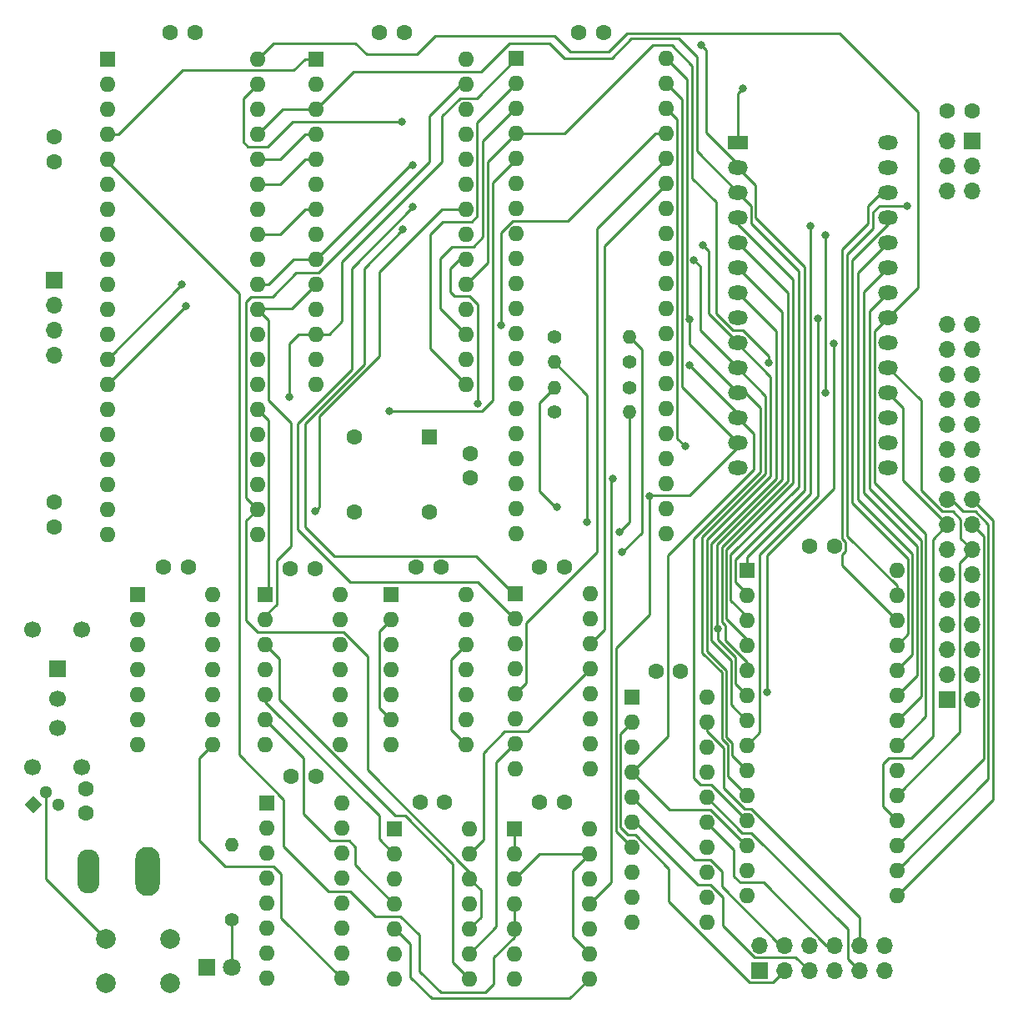
<source format=gbl>
G04 #@! TF.GenerationSoftware,KiCad,Pcbnew,7.0.5*
G04 #@! TF.CreationDate,2023-12-17T10:26:09+13:00*
G04 #@! TF.ProjectId,main_board,6d61696e-5f62-46f6-9172-642e6b696361,2*
G04 #@! TF.SameCoordinates,Original*
G04 #@! TF.FileFunction,Copper,L4,Bot*
G04 #@! TF.FilePolarity,Positive*
%FSLAX46Y46*%
G04 Gerber Fmt 4.6, Leading zero omitted, Abs format (unit mm)*
G04 Created by KiCad (PCBNEW 7.0.5) date 2023-12-17 10:26:09*
%MOMM*%
%LPD*%
G01*
G04 APERTURE LIST*
G04 Aperture macros list*
%AMRotRect*
0 Rectangle, with rotation*
0 The origin of the aperture is its center*
0 $1 length*
0 $2 width*
0 $3 Rotation angle, in degrees counterclockwise*
0 Add horizontal line*
21,1,$1,$2,0,0,$3*%
G04 Aperture macros list end*
G04 #@! TA.AperFunction,ComponentPad*
%ADD10R,1.700000X1.700000*%
G04 #@! TD*
G04 #@! TA.AperFunction,ComponentPad*
%ADD11O,1.700000X1.700000*%
G04 #@! TD*
G04 #@! TA.AperFunction,ComponentPad*
%ADD12C,1.600000*%
G04 #@! TD*
G04 #@! TA.AperFunction,ComponentPad*
%ADD13C,1.400000*%
G04 #@! TD*
G04 #@! TA.AperFunction,ComponentPad*
%ADD14O,1.400000X1.400000*%
G04 #@! TD*
G04 #@! TA.AperFunction,ComponentPad*
%ADD15R,1.600000X1.600000*%
G04 #@! TD*
G04 #@! TA.AperFunction,ComponentPad*
%ADD16O,1.600000X1.600000*%
G04 #@! TD*
G04 #@! TA.AperFunction,ComponentPad*
%ADD17R,2.000000X1.440000*%
G04 #@! TD*
G04 #@! TA.AperFunction,ComponentPad*
%ADD18O,2.000000X1.440000*%
G04 #@! TD*
G04 #@! TA.AperFunction,ComponentPad*
%ADD19RotRect,1.300000X1.300000X45.000000*%
G04 #@! TD*
G04 #@! TA.AperFunction,ComponentPad*
%ADD20C,1.300000*%
G04 #@! TD*
G04 #@! TA.AperFunction,ComponentPad*
%ADD21R,1.800000X1.800000*%
G04 #@! TD*
G04 #@! TA.AperFunction,ComponentPad*
%ADD22C,1.800000*%
G04 #@! TD*
G04 #@! TA.AperFunction,ComponentPad*
%ADD23C,1.700000*%
G04 #@! TD*
G04 #@! TA.AperFunction,ComponentPad*
%ADD24C,2.000000*%
G04 #@! TD*
G04 #@! TA.AperFunction,ComponentPad*
%ADD25O,2.500000X5.000000*%
G04 #@! TD*
G04 #@! TA.AperFunction,ComponentPad*
%ADD26O,2.250000X4.500000*%
G04 #@! TD*
G04 #@! TA.AperFunction,ViaPad*
%ADD27C,0.800000*%
G04 #@! TD*
G04 #@! TA.AperFunction,Conductor*
%ADD28C,0.250000*%
G04 #@! TD*
G04 APERTURE END LIST*
D10*
X90017600Y-71601200D03*
D11*
X90017600Y-74141200D03*
X90017600Y-76681200D03*
X90017600Y-79221200D03*
D12*
X104323200Y-46415000D03*
X101823200Y-46415000D03*
D13*
X140817600Y-84997600D03*
D14*
X148437600Y-84997600D03*
D13*
X140817600Y-77317600D03*
D14*
X148437600Y-77317600D03*
D12*
X123083000Y-46415000D03*
X125583000Y-46415000D03*
D13*
X108077000Y-136525000D03*
D14*
X108077000Y-128905000D03*
D12*
X93268800Y-123190000D03*
X93268800Y-125690000D03*
D15*
X95448200Y-49123600D03*
D16*
X95448200Y-51663600D03*
X95448200Y-54203600D03*
X95448200Y-56743600D03*
X95448200Y-59283600D03*
X95448200Y-61823600D03*
X95448200Y-64363600D03*
X95448200Y-66903600D03*
X95448200Y-69443600D03*
X95448200Y-71983600D03*
X95448200Y-74523600D03*
X95448200Y-77063600D03*
X95448200Y-79603600D03*
X95448200Y-82143600D03*
X95448200Y-84683600D03*
X95448200Y-87223600D03*
X95448200Y-89763600D03*
X95448200Y-92303600D03*
X95448200Y-94843600D03*
X95448200Y-97383600D03*
X110688200Y-97383600D03*
X110688200Y-94843600D03*
X110688200Y-92303600D03*
X110688200Y-89763600D03*
X110688200Y-87223600D03*
X110688200Y-84683600D03*
X110688200Y-82143600D03*
X110688200Y-79603600D03*
X110688200Y-77063600D03*
X110688200Y-74523600D03*
X110688200Y-71983600D03*
X110688200Y-69443600D03*
X110688200Y-66903600D03*
X110688200Y-64363600D03*
X110688200Y-61823600D03*
X110688200Y-59283600D03*
X110688200Y-56743600D03*
X110688200Y-54203600D03*
X110688200Y-51663600D03*
X110688200Y-49123600D03*
D15*
X136965000Y-49073600D03*
D16*
X136965000Y-51613600D03*
X136965000Y-54153600D03*
X136965000Y-56693600D03*
X136965000Y-59233600D03*
X136965000Y-61773600D03*
X136965000Y-64313600D03*
X136965000Y-66853600D03*
X136965000Y-69393600D03*
X136965000Y-71933600D03*
X136965000Y-74473600D03*
X136965000Y-77013600D03*
X136965000Y-79553600D03*
X136965000Y-82093600D03*
X136965000Y-84633600D03*
X136965000Y-87173600D03*
X136965000Y-89713600D03*
X136965000Y-92253600D03*
X136965000Y-94793600D03*
X136965000Y-97333600D03*
X152205000Y-97333600D03*
X152205000Y-94793600D03*
X152205000Y-92253600D03*
X152205000Y-89713600D03*
X152205000Y-87173600D03*
X152205000Y-84633600D03*
X152205000Y-82093600D03*
X152205000Y-79553600D03*
X152205000Y-77013600D03*
X152205000Y-74473600D03*
X152205000Y-71933600D03*
X152205000Y-69393600D03*
X152205000Y-66853600D03*
X152205000Y-64313600D03*
X152205000Y-61773600D03*
X152205000Y-59233600D03*
X152205000Y-56693600D03*
X152205000Y-54153600D03*
X152205000Y-51613600D03*
X152205000Y-49073600D03*
D12*
X145840000Y-46415000D03*
X143340000Y-46415000D03*
D15*
X116645000Y-49123600D03*
D16*
X116645000Y-51663600D03*
X116645000Y-54203600D03*
X116645000Y-56743600D03*
X116645000Y-59283600D03*
X116645000Y-61823600D03*
X116645000Y-64363600D03*
X116645000Y-66903600D03*
X116645000Y-69443600D03*
X116645000Y-71983600D03*
X116645000Y-74523600D03*
X116645000Y-77063600D03*
X116645000Y-79603600D03*
X116645000Y-82143600D03*
X131885000Y-82143600D03*
X131885000Y-79603600D03*
X131885000Y-77063600D03*
X131885000Y-74523600D03*
X131885000Y-71983600D03*
X131885000Y-69443600D03*
X131885000Y-66903600D03*
X131885000Y-64363600D03*
X131885000Y-61823600D03*
X131885000Y-59283600D03*
X131885000Y-56743600D03*
X131885000Y-54203600D03*
X131885000Y-51663600D03*
X131885000Y-49123600D03*
D15*
X148717000Y-113924000D03*
D16*
X148717000Y-116464000D03*
X148717000Y-119004000D03*
X148717000Y-121544000D03*
X148717000Y-124084000D03*
X148717000Y-126624000D03*
X148717000Y-129164000D03*
X148717000Y-131704000D03*
X148717000Y-134244000D03*
X148717000Y-136784000D03*
X156337000Y-136784000D03*
X156337000Y-134244000D03*
X156337000Y-131704000D03*
X156337000Y-129164000D03*
X156337000Y-126624000D03*
X156337000Y-124084000D03*
X156337000Y-121544000D03*
X156337000Y-119004000D03*
X156337000Y-116464000D03*
X156337000Y-113924000D03*
D12*
X114056000Y-100848000D03*
X116556000Y-100848000D03*
X90017600Y-96627000D03*
X90017600Y-94127000D03*
D15*
X98562000Y-103500000D03*
D16*
X98562000Y-106040000D03*
X98562000Y-108580000D03*
X98562000Y-111120000D03*
X98562000Y-113660000D03*
X98562000Y-116200000D03*
X98562000Y-118740000D03*
X106182000Y-118740000D03*
X106182000Y-116200000D03*
X106182000Y-113660000D03*
X106182000Y-111120000D03*
X106182000Y-108580000D03*
X106182000Y-106040000D03*
X106182000Y-103500000D03*
D15*
X160375000Y-101015000D03*
D16*
X160375000Y-103555000D03*
X160375000Y-106095000D03*
X160375000Y-108635000D03*
X160375000Y-111175000D03*
X160375000Y-113715000D03*
X160375000Y-116255000D03*
X160375000Y-118795000D03*
X160375000Y-121335000D03*
X160375000Y-123875000D03*
X160375000Y-126415000D03*
X160375000Y-128955000D03*
X160375000Y-131495000D03*
X160375000Y-134035000D03*
X175615000Y-134035000D03*
X175615000Y-131495000D03*
X175615000Y-128955000D03*
X175615000Y-126415000D03*
X175615000Y-123875000D03*
X175615000Y-121335000D03*
X175615000Y-118795000D03*
X175615000Y-116255000D03*
X175615000Y-113715000D03*
X175615000Y-111175000D03*
X175615000Y-108635000D03*
X175615000Y-106095000D03*
X175615000Y-103555000D03*
X175615000Y-101015000D03*
D15*
X111633000Y-124704000D03*
D16*
X111633000Y-127244000D03*
X111633000Y-129784000D03*
X111633000Y-132324000D03*
X111633000Y-134864000D03*
X111633000Y-137404000D03*
X111633000Y-139944000D03*
X111633000Y-142484000D03*
X119253000Y-142484000D03*
X119253000Y-139944000D03*
X119253000Y-137404000D03*
X119253000Y-134864000D03*
X119253000Y-132324000D03*
X119253000Y-129784000D03*
X119253000Y-127244000D03*
X119253000Y-124704000D03*
D17*
X159477500Y-57610000D03*
D18*
X159477500Y-60150000D03*
X159477500Y-62690000D03*
X159477500Y-65230000D03*
X159477500Y-67770000D03*
X159477500Y-70310000D03*
X159477500Y-72850000D03*
X159477500Y-75390000D03*
X159477500Y-77930000D03*
X159477500Y-80470000D03*
X159477500Y-83010000D03*
X159477500Y-85550000D03*
X159477500Y-88090000D03*
X159477500Y-90630000D03*
X174717500Y-90630000D03*
X174717500Y-88090000D03*
X174717500Y-85550000D03*
X174717500Y-83010000D03*
X174717500Y-80470000D03*
X174717500Y-77930000D03*
X174717500Y-75390000D03*
X174717500Y-72850000D03*
X174717500Y-70310000D03*
X174717500Y-67770000D03*
X174717500Y-65230000D03*
X174717500Y-62690000D03*
X174717500Y-60150000D03*
X174717500Y-57610000D03*
D13*
X148437600Y-79917600D03*
D14*
X140817600Y-79917600D03*
D15*
X128168400Y-87477600D03*
D12*
X120548400Y-87477600D03*
X120548400Y-95097600D03*
X128168400Y-95097600D03*
D19*
X87934800Y-124841000D03*
D20*
X89204800Y-123571000D03*
X90474800Y-124841000D03*
D21*
X105537000Y-141351000D03*
D22*
X108077000Y-141351000D03*
D13*
X148437600Y-82499200D03*
D14*
X140817600Y-82499200D03*
D12*
X101188200Y-100736400D03*
X103688200Y-100736400D03*
D15*
X111506000Y-103535400D03*
D16*
X111506000Y-106075400D03*
X111506000Y-108615400D03*
X111506000Y-111155400D03*
X111506000Y-113695400D03*
X111506000Y-116235400D03*
X111506000Y-118775400D03*
X119126000Y-118775400D03*
X119126000Y-116235400D03*
X119126000Y-113695400D03*
X119126000Y-111155400D03*
X119126000Y-108615400D03*
X119126000Y-106075400D03*
X119126000Y-103535400D03*
D12*
X127193400Y-124572800D03*
X129693400Y-124572800D03*
X141859000Y-124587000D03*
X139359000Y-124587000D03*
X139339000Y-100690600D03*
X141839000Y-100690600D03*
X90017600Y-59517600D03*
X90017600Y-57017600D03*
D23*
X92868000Y-107046000D03*
X87868000Y-107046000D03*
X92868000Y-121046000D03*
X87868000Y-121046000D03*
D10*
X90368000Y-111046000D03*
D23*
X90368000Y-114046000D03*
X90368000Y-117046000D03*
D15*
X136779000Y-127254000D03*
D16*
X136779000Y-129794000D03*
X136779000Y-132334000D03*
X136779000Y-134874000D03*
X136779000Y-137414000D03*
X136779000Y-139954000D03*
X136779000Y-142494000D03*
X144399000Y-142494000D03*
X144399000Y-139954000D03*
X144399000Y-137414000D03*
X144399000Y-134874000D03*
X144399000Y-132334000D03*
X144399000Y-129794000D03*
X144399000Y-127254000D03*
D24*
X95302000Y-138466000D03*
X101802000Y-138466000D03*
X95302000Y-142966000D03*
X101802000Y-142966000D03*
D15*
X136839800Y-103423800D03*
D16*
X136839800Y-105963800D03*
X136839800Y-108503800D03*
X136839800Y-111043800D03*
X136839800Y-113583800D03*
X136839800Y-116123800D03*
X136839800Y-118663800D03*
X136839800Y-121203800D03*
X144459800Y-121203800D03*
X144459800Y-118663800D03*
X144459800Y-116123800D03*
X144459800Y-113583800D03*
X144459800Y-111043800D03*
X144459800Y-108503800D03*
X144459800Y-105963800D03*
X144459800Y-103423800D03*
D12*
X151150000Y-111257000D03*
X153650000Y-111257000D03*
X166771000Y-98602800D03*
X169271000Y-98602800D03*
X180741000Y-54356000D03*
X183241000Y-54356000D03*
D10*
X180746400Y-114198400D03*
D11*
X183286400Y-114198400D03*
X180746400Y-111658400D03*
X183286400Y-111658400D03*
X180746400Y-109118400D03*
X183286400Y-109118400D03*
X180746400Y-106578400D03*
X183286400Y-106578400D03*
X180746400Y-104038400D03*
X183286400Y-104038400D03*
X180746400Y-101498400D03*
X183286400Y-101498400D03*
X180746400Y-98958400D03*
X183286400Y-98958400D03*
X180746400Y-96418400D03*
X183286400Y-96418400D03*
X180746400Y-93878400D03*
X183286400Y-93878400D03*
X180746400Y-91338400D03*
X183286400Y-91338400D03*
X180746400Y-88798400D03*
X183286400Y-88798400D03*
X180746400Y-86258400D03*
X183286400Y-86258400D03*
X180746400Y-83718400D03*
X183286400Y-83718400D03*
X180746400Y-81178400D03*
X183286400Y-81178400D03*
X180746400Y-78638400D03*
X183286400Y-78638400D03*
X180746400Y-76098400D03*
X183286400Y-76098400D03*
D12*
X126842200Y-100718000D03*
X129342200Y-100718000D03*
D25*
X99568000Y-131572000D03*
D26*
X93568000Y-131572000D03*
D12*
X114132200Y-121965800D03*
X116632200Y-121965800D03*
D15*
X124266800Y-103507000D03*
D16*
X124266800Y-106047000D03*
X124266800Y-108587000D03*
X124266800Y-111127000D03*
X124266800Y-113667000D03*
X124266800Y-116207000D03*
X124266800Y-118747000D03*
X131886800Y-118747000D03*
X131886800Y-116207000D03*
X131886800Y-113667000D03*
X131886800Y-111127000D03*
X131886800Y-108587000D03*
X131886800Y-106047000D03*
X131886800Y-103507000D03*
D12*
X132334000Y-91674000D03*
X132334000Y-89174000D03*
D15*
X124597000Y-127249000D03*
D16*
X124597000Y-129789000D03*
X124597000Y-132329000D03*
X124597000Y-134869000D03*
X124597000Y-137409000D03*
X124597000Y-139949000D03*
X124597000Y-142489000D03*
X132217000Y-142489000D03*
X132217000Y-139949000D03*
X132217000Y-137409000D03*
X132217000Y-134869000D03*
X132217000Y-132329000D03*
X132217000Y-129789000D03*
X132217000Y-127249000D03*
D10*
X161650000Y-141665000D03*
D11*
X161650000Y-139125000D03*
X164190000Y-141665000D03*
X164190000Y-139125000D03*
X166730000Y-141665000D03*
X166730000Y-139125000D03*
X169270000Y-141665000D03*
X169270000Y-139125000D03*
X171810000Y-141665000D03*
X171810000Y-139125000D03*
X174350000Y-141665000D03*
X174350000Y-139125000D03*
D10*
X183261000Y-57404000D03*
D11*
X180721000Y-57404000D03*
X183261000Y-59944000D03*
X180721000Y-59944000D03*
X183261000Y-62484000D03*
X180721000Y-62484000D03*
D27*
X147421600Y-97180400D03*
X147701000Y-99187000D03*
X155778200Y-47701200D03*
X166878000Y-66040000D03*
X154137600Y-88443600D03*
X168402000Y-66979800D03*
X168402000Y-83007200D03*
X135432800Y-76149200D03*
X150509100Y-93522800D03*
X103022400Y-72034400D03*
X162597500Y-79959200D03*
X103428800Y-74168000D03*
X154536000Y-75565000D03*
X154563500Y-80208500D03*
X113893600Y-83413600D03*
X124079000Y-84863100D03*
X116586000Y-94996000D03*
X176657000Y-64008000D03*
X155037100Y-69512200D03*
X126492000Y-59893200D03*
X155905200Y-68021200D03*
X167640000Y-75438000D03*
X157490300Y-106965100D03*
X125450600Y-66446400D03*
X126492000Y-64160400D03*
X125374400Y-55473600D03*
X162446400Y-113443600D03*
X169214800Y-77978000D03*
X133028200Y-84111500D03*
X146812000Y-91707300D03*
X144145000Y-96139000D03*
X141097000Y-94615000D03*
X160020000Y-52070000D03*
D28*
X110693200Y-84683600D02*
X111813400Y-85803800D01*
X111813400Y-103228000D02*
X111506000Y-103535400D01*
X111813400Y-85803800D02*
X111813400Y-103228000D01*
X89204800Y-132368800D02*
X89204800Y-123571000D01*
X110688200Y-84683600D02*
X110693200Y-84683600D01*
X95302000Y-138466000D02*
X89204800Y-132368800D01*
X108077000Y-136525000D02*
X108077000Y-141351000D01*
X147421600Y-97180400D02*
X148437600Y-96164400D01*
X148437600Y-96164400D02*
X148437600Y-84997600D01*
X149707600Y-97231200D02*
X149707600Y-78587600D01*
X147701000Y-99187000D02*
X147751800Y-99187000D01*
X147751800Y-99187000D02*
X149707600Y-97231200D01*
X149707600Y-78587600D02*
X148437600Y-77317600D01*
X152481900Y-131331500D02*
X149044400Y-127894000D01*
X148323900Y-127894000D02*
X147571200Y-127141300D01*
X149044400Y-127894000D02*
X148323900Y-127894000D01*
X163014800Y-142840200D02*
X160652000Y-142840200D01*
X160652000Y-142840200D02*
X152481900Y-134670100D01*
X147571200Y-117609800D02*
X148717000Y-116464000D01*
X164190000Y-141665000D02*
X163014800Y-142840200D01*
X152481900Y-134670100D02*
X152481900Y-131331500D01*
X147571200Y-127141300D02*
X147571200Y-117609800D01*
X172262800Y-93167200D02*
X172262800Y-72764700D01*
X177657000Y-98561400D02*
X172262800Y-93167200D01*
X175641800Y-113715000D02*
X177657000Y-111699800D01*
X177657000Y-111699800D02*
X177657000Y-98561400D01*
X172262800Y-72764700D02*
X174717500Y-70310000D01*
X175615000Y-113715000D02*
X175641800Y-113715000D01*
X160375000Y-103555000D02*
X160375000Y-103396204D01*
X160375000Y-103396204D02*
X159192800Y-102214004D01*
X159192800Y-102214004D02*
X159192800Y-99959096D01*
X166217600Y-70205600D02*
X161252500Y-65240500D01*
X156285300Y-56625800D02*
X159477500Y-59818000D01*
X159477500Y-59818000D02*
X159477500Y-60150000D01*
X161252500Y-61925000D02*
X159477500Y-60150000D01*
X161252500Y-65240500D02*
X161252500Y-61925000D01*
X159192800Y-99959096D02*
X166217600Y-92934296D01*
X156285300Y-48208300D02*
X156285300Y-56625800D01*
X155778200Y-47701200D02*
X156285300Y-48208300D01*
X166217600Y-92934296D02*
X166217600Y-70205600D01*
X174038000Y-62690000D02*
X174717500Y-62690000D01*
X170053000Y-100533000D02*
X170053000Y-99411791D01*
X170396000Y-99068791D02*
X170396000Y-98136809D01*
X170053000Y-68453000D02*
X172720000Y-65786000D01*
X175615000Y-106095000D02*
X170053000Y-100533000D01*
X172720000Y-65786000D02*
X172720000Y-64008000D01*
X170053000Y-97793809D02*
X170053000Y-68453000D01*
X172720000Y-64008000D02*
X174038000Y-62690000D01*
X170053000Y-99411791D02*
X170396000Y-99068791D01*
X170396000Y-98136809D02*
X170053000Y-97793809D01*
X114394800Y-50248700D02*
X103068200Y-50248700D01*
X115519900Y-49123600D02*
X114394800Y-50248700D01*
X103068200Y-50248700D02*
X96573300Y-56743600D01*
X166878000Y-93218000D02*
X160375000Y-99721000D01*
X95448200Y-56743600D02*
X96573300Y-56743600D01*
X116645000Y-49123600D02*
X115519900Y-49123600D01*
X160375000Y-99721000D02*
X160375000Y-101015000D01*
X166878000Y-66040000D02*
X166878000Y-93218000D01*
X181152800Y-93878400D02*
X180746400Y-93878400D01*
X184911800Y-96378400D02*
X183586900Y-95053500D01*
X153330100Y-87636100D02*
X154137600Y-88443600D01*
X182327900Y-95053500D02*
X181152800Y-93878400D01*
X175641800Y-131495000D02*
X184911800Y-122225000D01*
X175615000Y-131495000D02*
X175641800Y-131495000D01*
X152205000Y-54153600D02*
X153330100Y-55278700D01*
X153330100Y-55278700D02*
X153330100Y-87636100D01*
X184911800Y-122225000D02*
X184911800Y-96378400D01*
X183586900Y-95053500D02*
X182327900Y-95053500D01*
X133010200Y-65059000D02*
X132435600Y-65633600D01*
X133010200Y-55559400D02*
X133010200Y-65059000D01*
X136956000Y-51613600D02*
X133010200Y-55559400D01*
X129540000Y-65633600D02*
X128219200Y-66954400D01*
X185362000Y-95954000D02*
X185362000Y-124365600D01*
X131876800Y-82143600D02*
X128219200Y-78486000D01*
X131885000Y-82143600D02*
X131876800Y-82143600D01*
X185362000Y-124365600D02*
X175692600Y-134035000D01*
X183286400Y-93878400D02*
X185362000Y-95954000D01*
X136965000Y-51613600D02*
X136956000Y-51613600D01*
X132435600Y-65633600D02*
X129540000Y-65633600D01*
X128219200Y-78486000D02*
X128219200Y-68869500D01*
X175692600Y-134035000D02*
X175615000Y-134035000D01*
X128219200Y-66954400D02*
X128219200Y-68869500D01*
X175615000Y-128955000D02*
X175641800Y-128955000D01*
X184461600Y-97593600D02*
X183286400Y-96418400D01*
X133611200Y-57447600D02*
X133611200Y-67201200D01*
X133611200Y-67201200D02*
X132638800Y-68173600D01*
X184461600Y-120135200D02*
X184461600Y-97593600D01*
X175641800Y-128955000D02*
X184461600Y-120135200D01*
X129286000Y-74464600D02*
X131885000Y-77063600D01*
X132638800Y-68173600D02*
X130454400Y-68173600D01*
X136905200Y-54153600D02*
X133611200Y-57447600D01*
X136965000Y-54153600D02*
X136905200Y-54153600D01*
X130454400Y-68173600D02*
X129286000Y-69342000D01*
X129286000Y-69342000D02*
X129286000Y-74464600D01*
X142189900Y-65583600D02*
X151079900Y-56693600D01*
X136641700Y-65583600D02*
X142189900Y-65583600D01*
X135432800Y-76149200D02*
X135432800Y-66792500D01*
X177115000Y-120065000D02*
X174829000Y-120065000D01*
X176212300Y-84518300D02*
X176212300Y-91884300D01*
X180746400Y-96418400D02*
X179289300Y-97875500D01*
X168402000Y-66979800D02*
X168402000Y-83007200D01*
X176212300Y-91884300D02*
X180746400Y-96418400D01*
X174717500Y-83023500D02*
X176212300Y-84518300D01*
X174717500Y-83010000D02*
X174717500Y-83023500D01*
X135432800Y-66792500D02*
X136641700Y-65583600D01*
X179289300Y-117890700D02*
X177115000Y-120065000D01*
X179289300Y-97875500D02*
X179289300Y-117890700D01*
X174829000Y-120065000D02*
X174193200Y-120700800D01*
X174193200Y-120700800D02*
X174193200Y-124993200D01*
X151079900Y-56693600D02*
X152205000Y-56693600D01*
X174193200Y-124993200D02*
X175615000Y-126415000D01*
X147113500Y-108903000D02*
X147113500Y-127560500D01*
X153782800Y-53191400D02*
X153782800Y-82408800D01*
X150509100Y-93522800D02*
X150610700Y-93421200D01*
X159464000Y-88090000D02*
X159477500Y-88090000D01*
X150509100Y-105507400D02*
X147113500Y-108903000D01*
X153782800Y-82408800D02*
X159464000Y-88090000D01*
X159477500Y-88522200D02*
X159477500Y-88090000D01*
X150509100Y-93522800D02*
X150509100Y-105507400D01*
X147113500Y-127560500D02*
X148717000Y-129164000D01*
X154578500Y-93421200D02*
X159477500Y-88522200D01*
X150610700Y-93421200D02*
X154578500Y-93421200D01*
X152205000Y-51613600D02*
X153782800Y-53191400D01*
X182016400Y-100243099D02*
X183286400Y-98973099D01*
X159989200Y-76660000D02*
X158959300Y-76660000D01*
X150876000Y-47701200D02*
X141883600Y-56693600D01*
X182016400Y-117500400D02*
X182016400Y-100243099D01*
X180259699Y-95053400D02*
X178085200Y-92878901D01*
X162597500Y-79959200D02*
X162597500Y-79268300D01*
X178085200Y-83800400D02*
X174754800Y-80470000D01*
X183286400Y-98973099D02*
X183286400Y-98958400D01*
X103017400Y-72034400D02*
X95448200Y-79603600D01*
X182111300Y-95852900D02*
X181311800Y-95053400D01*
X158959300Y-76660000D02*
X157273600Y-74974300D01*
X178085200Y-92878901D02*
X178085200Y-83800400D01*
X183286400Y-98958400D02*
X182111300Y-97783300D01*
X134061200Y-59588400D02*
X136956000Y-56693600D01*
X136956000Y-56693600D02*
X136965000Y-56693600D01*
X154856900Y-61222700D02*
X154856900Y-49802500D01*
X157273600Y-63639400D02*
X154856900Y-61222700D01*
X157273600Y-74974300D02*
X157273600Y-63639400D01*
X175641800Y-123875000D02*
X182016400Y-117500400D01*
X175615000Y-123875000D02*
X175641800Y-123875000D01*
X141883600Y-56693600D02*
X136965000Y-56693600D01*
X134061200Y-69807400D02*
X134061200Y-59588400D01*
X182111300Y-97783300D02*
X182111300Y-95852900D01*
X154856900Y-49802500D02*
X152755600Y-47701200D01*
X131885000Y-71983600D02*
X134061200Y-69807400D01*
X162597500Y-79268300D02*
X159989200Y-76660000D01*
X181311800Y-95053400D02*
X180259699Y-95053400D01*
X152755600Y-47701200D02*
X150876000Y-47701200D01*
X103022400Y-72034400D02*
X103017400Y-72034400D01*
X174754800Y-80470000D02*
X174717500Y-80470000D01*
X156769000Y-122809000D02*
X160375000Y-126415000D01*
X103423800Y-74168000D02*
X95448200Y-82143600D01*
X161747200Y-84531200D02*
X161747200Y-91084400D01*
X155032500Y-122139500D02*
X155702000Y-122809000D01*
X154536000Y-75565000D02*
X154536000Y-78068500D01*
X103428800Y-74168000D02*
X103423800Y-74168000D01*
X155702000Y-122809000D02*
X156769000Y-122809000D01*
X154312600Y-51181200D02*
X152205000Y-49073600D01*
X161747200Y-91084400D02*
X155032500Y-97799100D01*
X154536000Y-78068500D02*
X159477500Y-83010000D01*
X160226000Y-83010000D02*
X161747200Y-84531200D01*
X159477500Y-83010000D02*
X160226000Y-83010000D01*
X154536000Y-75565000D02*
X154312600Y-75341600D01*
X154312600Y-75341600D02*
X154312600Y-51181200D01*
X155032500Y-97799100D02*
X155032500Y-122139500D01*
X119253000Y-75768200D02*
X117957600Y-77063600D01*
X129438400Y-59571900D02*
X119253000Y-69757300D01*
X160292600Y-128955000D02*
X156712000Y-125374400D01*
X150723600Y-119537400D02*
X148717000Y-121544000D01*
X113893600Y-83413600D02*
X113893600Y-78028800D01*
X131274600Y-53078600D02*
X129438400Y-54914800D01*
X117957600Y-77063600D02*
X116645000Y-77063600D01*
X132960000Y-53078600D02*
X131274600Y-53078600D01*
X113893600Y-78028800D02*
X114858800Y-77063600D01*
X154563500Y-80208500D02*
X159477500Y-85122500D01*
X159477500Y-85122500D02*
X159477500Y-85550000D01*
X119253000Y-69757300D02*
X119253000Y-75768200D01*
X152547400Y-125374400D02*
X148717000Y-121544000D01*
X136965000Y-49073600D02*
X132960000Y-53078600D01*
X161086800Y-87159300D02*
X161086800Y-90817600D01*
X150723600Y-119532400D02*
X150723600Y-119537400D01*
X129438400Y-54914800D02*
X129438400Y-59571900D01*
X152400000Y-99504400D02*
X152400000Y-117856000D01*
X161086800Y-90817600D02*
X152400000Y-99504400D01*
X160375000Y-128955000D02*
X160292600Y-128955000D01*
X114858800Y-77063600D02*
X116645000Y-77063600D01*
X159477500Y-85550000D02*
X161086800Y-87159300D01*
X152400000Y-117856000D02*
X150723600Y-119532400D01*
X156712000Y-125374400D02*
X152547400Y-125374400D01*
X124106100Y-84836000D02*
X133477000Y-84836000D01*
X134569200Y-83743800D02*
X134569200Y-61671200D01*
X136965000Y-59275400D02*
X136965000Y-59233600D01*
X124079000Y-84863100D02*
X124106100Y-84836000D01*
X133477000Y-84836000D02*
X134569200Y-83743800D01*
X134569200Y-61671200D02*
X136965000Y-59275400D01*
X163826800Y-139125000D02*
X157863500Y-133161700D01*
X164190000Y-139125000D02*
X163826800Y-139125000D01*
X157863500Y-131639509D02*
X156657991Y-130434000D01*
X157863500Y-133161700D02*
X157863500Y-131639509D01*
X156657991Y-130434000D02*
X155067000Y-130434000D01*
X155067000Y-130434000D02*
X148717000Y-124084000D01*
X136779000Y-129794000D02*
X136779000Y-127254000D01*
X152205000Y-59233600D02*
X152205000Y-59275400D01*
X137964900Y-112458700D02*
X136839800Y-113583800D01*
X137964900Y-106352700D02*
X137964900Y-112458700D01*
X145161000Y-66319400D02*
X145161000Y-99156600D01*
X152205000Y-59275400D02*
X145161000Y-66319400D01*
X145161000Y-99156600D02*
X137964900Y-106352700D01*
X129438400Y-64363600D02*
X131885000Y-64363600D01*
X178107100Y-113789700D02*
X178107100Y-97995500D01*
X116967000Y-85345396D02*
X123063000Y-79249396D01*
X172821600Y-74745900D02*
X174717500Y-72850000D01*
X116967000Y-94615000D02*
X116967000Y-85345396D01*
X123063000Y-70739000D02*
X129438400Y-64363600D01*
X123063000Y-79249396D02*
X123063000Y-70739000D01*
X175615000Y-116255000D02*
X175641800Y-116255000D01*
X172821600Y-92710000D02*
X172821600Y-74745900D01*
X116586000Y-94996000D02*
X116967000Y-94615000D01*
X178107100Y-97995500D02*
X172821600Y-92710000D01*
X175641800Y-116255000D02*
X178107100Y-113789700D01*
X128168400Y-54864000D02*
X131368800Y-51663600D01*
X121869200Y-121310400D02*
X121869200Y-109767609D01*
X133366500Y-136229100D02*
X132217000Y-137378600D01*
X109534000Y-73752400D02*
X110032800Y-73253600D01*
X170561000Y-97551991D02*
X170561000Y-68961000D01*
X132227400Y-132329000D02*
X133366500Y-133468100D01*
X109534000Y-95997800D02*
X110688200Y-94843600D01*
X110688200Y-94843600D02*
X109534000Y-93689400D01*
X112256700Y-73253600D02*
X114651900Y-70858400D01*
X132217000Y-131658200D02*
X121869200Y-121310400D01*
X109534000Y-106130400D02*
X109534000Y-95997800D01*
X109534000Y-93689400D02*
X109534000Y-73752400D01*
X110744000Y-107340400D02*
X109534000Y-106130400D01*
X132217000Y-132329000D02*
X132227400Y-132329000D01*
X131368800Y-51663600D02*
X131885000Y-51663600D01*
X114651900Y-70858400D02*
X116892300Y-70858400D01*
X121869200Y-109767609D02*
X119441991Y-107340400D01*
X119441991Y-107340400D02*
X110744000Y-107340400D01*
X116892300Y-70858400D02*
X128168400Y-59582300D01*
X128168400Y-59582300D02*
X128168400Y-54864000D01*
X170561000Y-68961000D02*
X173228000Y-66294000D01*
X175615000Y-103555000D02*
X175615000Y-102605991D01*
X173228000Y-66294000D02*
X173228000Y-64643000D01*
X173228000Y-64643000D02*
X173863000Y-64008000D01*
X132217000Y-137378600D02*
X132217000Y-137409000D01*
X173863000Y-64008000D02*
X176657000Y-64008000D01*
X110032800Y-73253600D02*
X112256700Y-73253600D01*
X132217000Y-132329000D02*
X132217000Y-131658200D01*
X175615000Y-102605991D02*
X170561000Y-97551991D01*
X133366500Y-133468100D02*
X133366500Y-136229100D01*
X155427600Y-132974000D02*
X149077600Y-126624000D01*
X156675800Y-132974000D02*
X155427600Y-132974000D01*
X157943500Y-134241700D02*
X156675800Y-132974000D01*
X165365000Y-140300000D02*
X161163299Y-140300000D01*
X166730000Y-141665000D02*
X165365000Y-140300000D01*
X149077600Y-126624000D02*
X148717000Y-126624000D01*
X157943500Y-137080201D02*
X157943500Y-134241700D01*
X161163299Y-140300000D02*
X157943500Y-137080201D01*
X157874600Y-111408700D02*
X155854400Y-109388500D01*
X162306000Y-91236800D02*
X162306000Y-83312000D01*
X158455700Y-118743400D02*
X157874600Y-118162300D01*
X111813200Y-83771600D02*
X111813200Y-75648600D01*
X111813200Y-75648600D02*
X110688200Y-74523600D01*
X113233200Y-99466400D02*
X112631200Y-100068400D01*
X159477500Y-80483500D02*
X159477500Y-80470000D01*
X111506000Y-105653500D02*
X111506000Y-106075400D01*
X114155800Y-74472800D02*
X116645000Y-71983600D01*
X160375000Y-123875000D02*
X158455700Y-121955700D01*
X112631200Y-104528300D02*
X111506000Y-105653500D01*
X155648300Y-76640800D02*
X159477500Y-80470000D01*
X162306000Y-83312000D02*
X159477500Y-80483500D01*
X157874600Y-118162300D02*
X157874600Y-111408700D01*
X112631200Y-100068400D02*
X112631200Y-104528300D01*
X155854400Y-97688400D02*
X162306000Y-91236800D01*
X155037100Y-69512200D02*
X155648300Y-70123400D01*
X114111900Y-86070300D02*
X111813200Y-83771600D01*
X114111900Y-98587700D02*
X114111900Y-86070300D01*
X158455700Y-121955700D02*
X158455700Y-118743400D01*
X155854400Y-109388500D02*
X155854400Y-97688400D01*
X113233200Y-99466400D02*
X114111900Y-98587700D01*
X110739000Y-74472800D02*
X114155800Y-74472800D01*
X155648300Y-70123400D02*
X155648300Y-76640800D01*
X110688200Y-74523600D02*
X110739000Y-74472800D01*
X156315100Y-97938900D02*
X162814000Y-91440000D01*
X126195400Y-59893200D02*
X116645000Y-69443600D01*
X162814000Y-91440000D02*
X162814000Y-81391205D01*
X158905800Y-118556900D02*
X158324700Y-117975800D01*
X158324700Y-117975800D02*
X158324700Y-111222200D01*
X156501900Y-74954400D02*
X159477500Y-77930000D01*
X156501900Y-68617900D02*
X156501900Y-74954400D01*
X159477500Y-78054705D02*
X159477500Y-77930000D01*
X158905800Y-119865800D02*
X158905800Y-118556900D01*
X114353300Y-69443600D02*
X111813300Y-71983600D01*
X116645000Y-69443600D02*
X114353300Y-69443600D01*
X162814000Y-81391205D02*
X159477500Y-78054705D01*
X160375000Y-121335000D02*
X158905800Y-119865800D01*
X110688200Y-71983600D02*
X111813300Y-71983600D01*
X156315100Y-109212600D02*
X156315100Y-97938900D01*
X155905200Y-68021200D02*
X156501900Y-68617900D01*
X126492000Y-59893200D02*
X126195400Y-59893200D01*
X158324700Y-111222200D02*
X156315100Y-109212600D01*
X167640000Y-93522800D02*
X161721300Y-99441500D01*
X161721300Y-99441500D02*
X161721300Y-117448700D01*
X161721300Y-117448700D02*
X160375000Y-118795000D01*
X167640000Y-75438000D02*
X167640000Y-93522800D01*
X159477500Y-72863500D02*
X159477500Y-72850000D01*
X116645000Y-64363600D02*
X115519900Y-64363600D01*
X158774800Y-114680400D02*
X158774800Y-110201600D01*
X156765200Y-98322300D02*
X163372800Y-91714700D01*
X160375000Y-116255000D02*
X160349400Y-116255000D01*
X158774800Y-110201600D02*
X156765200Y-108192000D01*
X115519900Y-64363600D02*
X112979900Y-66903600D01*
X163372800Y-76758800D02*
X159477500Y-72863500D01*
X112979900Y-66903600D02*
X110688200Y-66903600D01*
X156765200Y-108192000D02*
X156765200Y-98322300D01*
X160349400Y-116255000D02*
X158774800Y-114680400D01*
X163372800Y-91714700D02*
X163372800Y-76758800D01*
X136748600Y-103423800D02*
X136839800Y-103423800D01*
X157378400Y-98399600D02*
X157378400Y-106853200D01*
X115570000Y-96647000D02*
X118491000Y-99568000D01*
X157490300Y-108083200D02*
X159225000Y-109817900D01*
X132892800Y-99568000D02*
X136748600Y-103423800D01*
X159225000Y-109817900D02*
X159225000Y-112565000D01*
X121539000Y-80137000D02*
X115570000Y-86106000D01*
X115570000Y-86106000D02*
X115570000Y-96647000D01*
X118491000Y-99568000D02*
X132892800Y-99568000D01*
X125450600Y-66446400D02*
X121539000Y-70358000D01*
X157378400Y-106853200D02*
X157490300Y-106965100D01*
X163982400Y-91795600D02*
X157378400Y-98399600D01*
X159477500Y-70323500D02*
X163982400Y-74828400D01*
X121539000Y-70358000D02*
X121539000Y-80137000D01*
X159225000Y-112565000D02*
X160375000Y-113715000D01*
X163982400Y-74828400D02*
X163982400Y-91795600D01*
X159477500Y-70310000D02*
X159477500Y-70323500D01*
X157490300Y-106965100D02*
X157490300Y-108083200D01*
X158215400Y-108171600D02*
X158215400Y-106664700D01*
X160375000Y-110331200D02*
X158215400Y-108171600D01*
X115519900Y-59283600D02*
X112979900Y-61823600D01*
X157835600Y-98704400D02*
X164541200Y-91998800D01*
X164541200Y-72833700D02*
X159477500Y-67770000D01*
X120269000Y-80645000D02*
X120269000Y-70383400D01*
X114808000Y-86106000D02*
X120269000Y-80645000D01*
X120142000Y-102235000D02*
X114808000Y-96901000D01*
X164541200Y-91998800D02*
X164541200Y-72833700D01*
X136799400Y-105963800D02*
X133070600Y-102235000D01*
X112979900Y-61823600D02*
X110688200Y-61823600D01*
X116645000Y-59283600D02*
X115519900Y-59283600D01*
X158215400Y-106664700D02*
X157835600Y-106284900D01*
X133070600Y-102235000D02*
X120142000Y-102235000D01*
X120269000Y-70383400D02*
X126492000Y-64160400D01*
X160375000Y-111175000D02*
X160375000Y-110331200D01*
X157835600Y-106284900D02*
X157835600Y-98704400D01*
X136839800Y-105963800D02*
X136799400Y-105963800D01*
X114808000Y-96901000D02*
X114808000Y-86106000D01*
X116645000Y-56743600D02*
X115519900Y-56743600D01*
X158292800Y-105968800D02*
X158292800Y-98958400D01*
X165100000Y-92151200D02*
X165100000Y-71501000D01*
X165100000Y-71501000D02*
X159477500Y-65878500D01*
X115519900Y-56743600D02*
X112979900Y-59283600D01*
X158292800Y-98958400D02*
X165100000Y-92151200D01*
X160375000Y-108635000D02*
X160375000Y-108051000D01*
X159477500Y-65878500D02*
X159477500Y-65230000D01*
X160375000Y-108051000D02*
X158292800Y-105968800D01*
X112979900Y-59283600D02*
X110688200Y-59283600D01*
X159477500Y-62652700D02*
X159477500Y-62690000D01*
X113228200Y-54203600D02*
X110688200Y-56743600D01*
X133383000Y-50393600D02*
X136278600Y-47498000D01*
X146685000Y-49022000D02*
X148673400Y-47033600D01*
X148673400Y-47033600D02*
X153459600Y-47033600D01*
X160802500Y-65806500D02*
X160802500Y-64015000D01*
X140335000Y-47498000D02*
X141859000Y-49022000D01*
X155307000Y-58482200D02*
X159477500Y-62652700D01*
X158742800Y-99473600D02*
X165658800Y-92557600D01*
X160802500Y-64015000D02*
X159477500Y-62690000D01*
X153459600Y-47033600D02*
X155307000Y-48881000D01*
X165658800Y-70662800D02*
X160802500Y-65806500D01*
X160375000Y-106095000D02*
X160375000Y-105714200D01*
X155307000Y-48881000D02*
X155307000Y-58482200D01*
X116645000Y-54203600D02*
X120455000Y-50393600D01*
X160375000Y-105714200D02*
X158742800Y-104082000D01*
X120455000Y-50393600D02*
X133383000Y-50393600D01*
X158742800Y-104082000D02*
X158742800Y-99473600D01*
X136278600Y-47498000D02*
X140335000Y-47498000D01*
X141859000Y-49022000D02*
X146685000Y-49022000D01*
X165658800Y-92557600D02*
X165658800Y-70662800D01*
X116645000Y-54203600D02*
X113228200Y-54203600D01*
X171094400Y-94183200D02*
X176756700Y-99845500D01*
X176756700Y-99845500D02*
X176756700Y-107493300D01*
X174717500Y-65947500D02*
X171094400Y-69570600D01*
X174717500Y-65230000D02*
X174717500Y-65947500D01*
X171094400Y-69570600D02*
X171094400Y-94183200D01*
X176756700Y-107493300D02*
X175615000Y-108635000D01*
X125374400Y-55473600D02*
X114249200Y-55473600D01*
X171704000Y-70783500D02*
X174717500Y-67770000D01*
X114249200Y-55473600D02*
X111709200Y-58013600D01*
X109270800Y-53081000D02*
X110688200Y-51663600D01*
X109728000Y-58013600D02*
X109270800Y-57556400D01*
X177206900Y-99381300D02*
X171704000Y-93878400D01*
X177206900Y-109559100D02*
X177206900Y-99381300D01*
X109270800Y-57556400D02*
X109270800Y-53081000D01*
X171704000Y-93878400D02*
X171704000Y-70783500D01*
X111709200Y-58013600D02*
X109728000Y-58013600D01*
X175615000Y-111151000D02*
X177206900Y-109559100D01*
X175615000Y-111175000D02*
X175615000Y-111151000D01*
X142494000Y-48387000D02*
X140843000Y-46736000D01*
X169773600Y-46482000D02*
X148234400Y-46482000D01*
X112313800Y-47498000D02*
X110688200Y-49123600D01*
X174698400Y-75390000D02*
X174717500Y-75390000D01*
X140843000Y-46736000D02*
X128778000Y-46736000D01*
X120650000Y-47498000D02*
X112313800Y-47498000D01*
X148234400Y-46482000D02*
X146329400Y-48387000D01*
X178557200Y-97328000D02*
X173376100Y-92146900D01*
X174717500Y-75390000D02*
X177800000Y-72307500D01*
X173376100Y-76712300D02*
X174698400Y-75390000D01*
X175615000Y-118795000D02*
X175641800Y-118795000D01*
X175641800Y-118795000D02*
X178557200Y-115879600D01*
X177800000Y-72307500D02*
X177800000Y-54508400D01*
X126873000Y-48641000D02*
X121793000Y-48641000D01*
X121793000Y-48641000D02*
X120650000Y-47498000D01*
X146329400Y-48387000D02*
X142494000Y-48387000D01*
X178557200Y-115879600D02*
X178557200Y-97328000D01*
X173376100Y-92146900D02*
X173376100Y-76712300D01*
X128778000Y-46736000D02*
X126873000Y-48641000D01*
X177800000Y-54508400D02*
X169773600Y-46482000D01*
X162446400Y-99529200D02*
X162446400Y-113443600D01*
X169214800Y-92760800D02*
X162446400Y-99529200D01*
X169214800Y-77978000D02*
X169214800Y-92760800D01*
X142697200Y-131495800D02*
X142697200Y-138226800D01*
X144399000Y-129794000D02*
X139319000Y-129794000D01*
X139319000Y-129794000D02*
X136779000Y-132334000D01*
X142697200Y-138226800D02*
X144399000Y-139928600D01*
X144399000Y-129794000D02*
X142697200Y-131495800D01*
X159715200Y-132740400D02*
X159054800Y-132080000D01*
X162077500Y-132740400D02*
X159715200Y-132740400D01*
X159054800Y-132080000D02*
X159054800Y-129387600D01*
X168462100Y-139125000D02*
X162077500Y-132740400D01*
X159054800Y-129387600D02*
X156337000Y-126669800D01*
X169270000Y-139125000D02*
X168462100Y-139125000D01*
X156337000Y-126669800D02*
X156337000Y-126624000D01*
X160857400Y-127685000D02*
X159938000Y-127685000D01*
X159938000Y-127685000D02*
X156337000Y-124084000D01*
X171810000Y-141665000D02*
X170634900Y-140489900D01*
X170634900Y-140489900D02*
X170634900Y-137462500D01*
X170634900Y-137462500D02*
X160857400Y-127685000D01*
X144424400Y-134874000D02*
X144399000Y-134874000D01*
X130733800Y-73202800D02*
X130302000Y-72771000D01*
X146599700Y-132698700D02*
X144424400Y-134874000D01*
X133037800Y-74005600D02*
X132235000Y-73202800D01*
X130302000Y-72771000D02*
X130302000Y-70358000D01*
X146599700Y-91919600D02*
X146599700Y-132698700D01*
X133028200Y-84111500D02*
X133028200Y-82591700D01*
X130302000Y-70358000D02*
X131216400Y-69443600D01*
X131216400Y-69443600D02*
X131885000Y-69443600D01*
X133037800Y-82582100D02*
X133037800Y-74005600D01*
X146812000Y-91707300D02*
X146599700Y-91919600D01*
X133028200Y-82591700D02*
X133037800Y-82582100D01*
X132235000Y-73202800D02*
X130733800Y-73202800D01*
X128371000Y-144500000D02*
X142393000Y-144500000D01*
X126238000Y-138938000D02*
X126238000Y-142367000D01*
X126238000Y-142367000D02*
X128371000Y-144500000D01*
X124709000Y-137409000D02*
X126238000Y-138938000D01*
X124597000Y-137409000D02*
X124709000Y-137409000D01*
X142393000Y-144500000D02*
X144399000Y-142494000D01*
X158005600Y-119081300D02*
X156337000Y-117412700D01*
X158005600Y-123162200D02*
X158005600Y-119081300D01*
X160133200Y-125289800D02*
X158005600Y-123162200D01*
X171810000Y-139125000D02*
X171810000Y-136250100D01*
X160849700Y-125289800D02*
X160133200Y-125289800D01*
X156337000Y-117412700D02*
X156337000Y-116464000D01*
X171810000Y-136250100D02*
X160849700Y-125289800D01*
X113080800Y-131826000D02*
X112318800Y-131064000D01*
X113080800Y-136311800D02*
X113080800Y-131826000D01*
X119253000Y-142484000D02*
X113080800Y-136311800D01*
X104800400Y-120121600D02*
X106182000Y-118740000D01*
X107391200Y-131064000D02*
X104800400Y-128473200D01*
X112318800Y-131064000D02*
X107391200Y-131064000D01*
X104800400Y-128473200D02*
X104800400Y-120121600D01*
X123088900Y-115029100D02*
X123088900Y-107224900D01*
X123088900Y-107224900D02*
X124266800Y-106047000D01*
X124266800Y-116207000D02*
X123088900Y-115029100D01*
X130352800Y-117213000D02*
X131886800Y-118747000D01*
X130352800Y-110121000D02*
X130352800Y-117213000D01*
X131886800Y-108587000D02*
X130352800Y-110121000D01*
X136779000Y-137414000D02*
X136779000Y-138257700D01*
X120142000Y-133604000D02*
X117906800Y-133604000D01*
X122677000Y-136139000D02*
X120142000Y-133604000D01*
X95448200Y-59583400D02*
X95448200Y-59283600D01*
X136779000Y-137414000D02*
X136779000Y-134874000D01*
X113334800Y-124290200D02*
X108813600Y-119769000D01*
X136779000Y-138257700D02*
X134670800Y-140365900D01*
X134670800Y-143052800D02*
X133807200Y-143916400D01*
X113334800Y-129032000D02*
X113334800Y-124290200D01*
X133807200Y-143916400D02*
X129311400Y-143916400D01*
X108813600Y-119769000D02*
X108813600Y-72948800D01*
X108813600Y-72948800D02*
X95448200Y-59583400D01*
X134670800Y-140365900D02*
X134670800Y-143052800D01*
X127127000Y-141732000D02*
X127127000Y-138049000D01*
X125217000Y-136139000D02*
X122677000Y-136139000D01*
X129311400Y-143916400D02*
X127127000Y-141732000D01*
X117906800Y-133604000D02*
X113334800Y-129032000D01*
X127127000Y-138049000D02*
X125217000Y-136139000D01*
X145923000Y-107040600D02*
X144459800Y-108503800D01*
X152205000Y-61815400D02*
X145923000Y-68097400D01*
X145923000Y-68097400D02*
X145923000Y-107040600D01*
X152205000Y-61773600D02*
X152205000Y-61815400D01*
X134945600Y-120527600D02*
X136809400Y-118663800D01*
X136809400Y-118663800D02*
X136839800Y-118663800D01*
X134945600Y-137220400D02*
X134945600Y-120527600D01*
X132217000Y-139949000D02*
X134945600Y-137220400D01*
X125679200Y-125933200D02*
X124667700Y-125933200D01*
X130556000Y-140828000D02*
X130556000Y-130810000D01*
X124667700Y-125933200D02*
X112920800Y-114186300D01*
X130556000Y-130810000D02*
X125679200Y-125933200D01*
X112920800Y-110030200D02*
X111506000Y-108615400D01*
X112920800Y-114186300D02*
X112920800Y-110030200D01*
X132217000Y-142489000D02*
X130556000Y-140828000D01*
X111506000Y-114401600D02*
X111506000Y-113695400D01*
X123037600Y-128270000D02*
X123037600Y-125933200D01*
X124597000Y-129789000D02*
X124556600Y-129789000D01*
X123037600Y-125933200D02*
X111506000Y-114401600D01*
X124556600Y-129789000D02*
X123037600Y-128270000D01*
X119989600Y-128473200D02*
X118059200Y-128473200D01*
X118059200Y-128473200D02*
X115382200Y-125796200D01*
X124556600Y-134869000D02*
X120650000Y-130962400D01*
X120650000Y-130962400D02*
X120650000Y-129133600D01*
X115382200Y-125796200D02*
X115382200Y-120111600D01*
X115382200Y-120111600D02*
X111506000Y-116235400D01*
X124597000Y-134869000D02*
X124556600Y-134869000D01*
X120650000Y-129133600D02*
X119989600Y-128473200D01*
X138109800Y-117393800D02*
X135793400Y-117393800D01*
X133631800Y-119555400D02*
X133631800Y-128374200D01*
X133631800Y-128374200D02*
X132217000Y-129789000D01*
X144459800Y-111043800D02*
X138109800Y-117393800D01*
X135793400Y-117393800D02*
X133631800Y-119555400D01*
X140826800Y-79917600D02*
X140817600Y-79917600D01*
X144145000Y-96139000D02*
X144145000Y-83235800D01*
X144145000Y-83235800D02*
X140826800Y-79917600D01*
X139319000Y-83997800D02*
X140817600Y-82499200D01*
X140970000Y-94615000D02*
X139319000Y-92964000D01*
X139319000Y-92964000D02*
X139319000Y-83997800D01*
X141097000Y-94615000D02*
X140970000Y-94615000D01*
X159477500Y-52612500D02*
X159477500Y-57610000D01*
X160020000Y-52070000D02*
X159477500Y-52612500D01*
M02*

</source>
